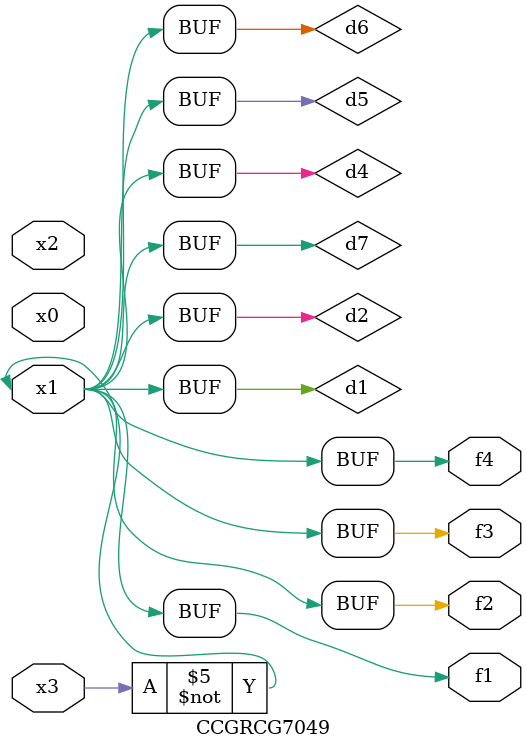
<source format=v>
module CCGRCG7049(
	input x0, x1, x2, x3,
	output f1, f2, f3, f4
);

	wire d1, d2, d3, d4, d5, d6, d7;

	not (d1, x3);
	buf (d2, x1);
	xnor (d3, d1, d2);
	nor (d4, d1);
	buf (d5, d1, d2);
	buf (d6, d4, d5);
	nand (d7, d4);
	assign f1 = d6;
	assign f2 = d7;
	assign f3 = d6;
	assign f4 = d6;
endmodule

</source>
